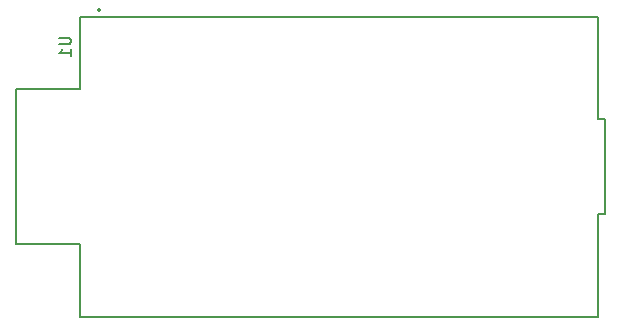
<source format=gbo>
G04 #@! TF.GenerationSoftware,KiCad,Pcbnew,9.99.0-4546-gb76221958b*
G04 #@! TF.CreationDate,2026-01-23T23:00:34+05:00*
G04 #@! TF.ProjectId,Transmitter board,5472616e-736d-4697-9474-657220626f61,rev?*
G04 #@! TF.SameCoordinates,Original*
G04 #@! TF.FileFunction,Legend,Bot*
G04 #@! TF.FilePolarity,Positive*
%FSLAX46Y46*%
G04 Gerber Fmt 4.6, Leading zero omitted, Abs format (unit mm)*
G04 Created by KiCad (PCBNEW 9.99.0-4546-gb76221958b) date 2026-01-23 23:00:34*
%MOMM*%
%LPD*%
G01*
G04 APERTURE LIST*
%ADD10C,0.150000*%
%ADD11C,0.127000*%
%ADD12C,0.200000*%
G04 APERTURE END LIST*
D10*
X32172319Y-43688095D02*
X32981842Y-43688095D01*
X32981842Y-43688095D02*
X33077080Y-43735714D01*
X33077080Y-43735714D02*
X33124700Y-43783333D01*
X33124700Y-43783333D02*
X33172319Y-43878571D01*
X33172319Y-43878571D02*
X33172319Y-44069047D01*
X33172319Y-44069047D02*
X33124700Y-44164285D01*
X33124700Y-44164285D02*
X33077080Y-44211904D01*
X33077080Y-44211904D02*
X32981842Y-44259523D01*
X32981842Y-44259523D02*
X32172319Y-44259523D01*
X33172319Y-45259523D02*
X33172319Y-44688095D01*
X33172319Y-44973809D02*
X32172319Y-44973809D01*
X32172319Y-44973809D02*
X32315176Y-44878571D01*
X32315176Y-44878571D02*
X32410414Y-44783333D01*
X32410414Y-44783333D02*
X32458033Y-44688095D01*
D11*
X28490000Y-48010000D02*
X28490000Y-61210000D01*
X28490000Y-61210000D02*
X33990000Y-61210000D01*
X33990000Y-41910000D02*
X33990000Y-48010000D01*
X33990000Y-48010000D02*
X28490000Y-48010000D01*
X33990000Y-61210000D02*
X33990000Y-67310000D01*
X33990000Y-67310000D02*
X77800000Y-67310000D01*
X77800000Y-41910000D02*
X33990000Y-41910000D01*
X77800000Y-50560000D02*
X77800000Y-41910000D01*
X77800000Y-50560000D02*
X78420000Y-50560000D01*
X77800000Y-67310000D02*
X77800000Y-58660000D01*
X78420000Y-50560000D02*
X78420000Y-58660000D01*
X78420000Y-58660000D02*
X77800000Y-58660000D01*
D12*
X35660000Y-41360000D02*
G75*
G02*
X35460000Y-41360000I-100000J0D01*
G01*
X35460000Y-41360000D02*
G75*
G02*
X35660000Y-41360000I100000J0D01*
G01*
M02*

</source>
